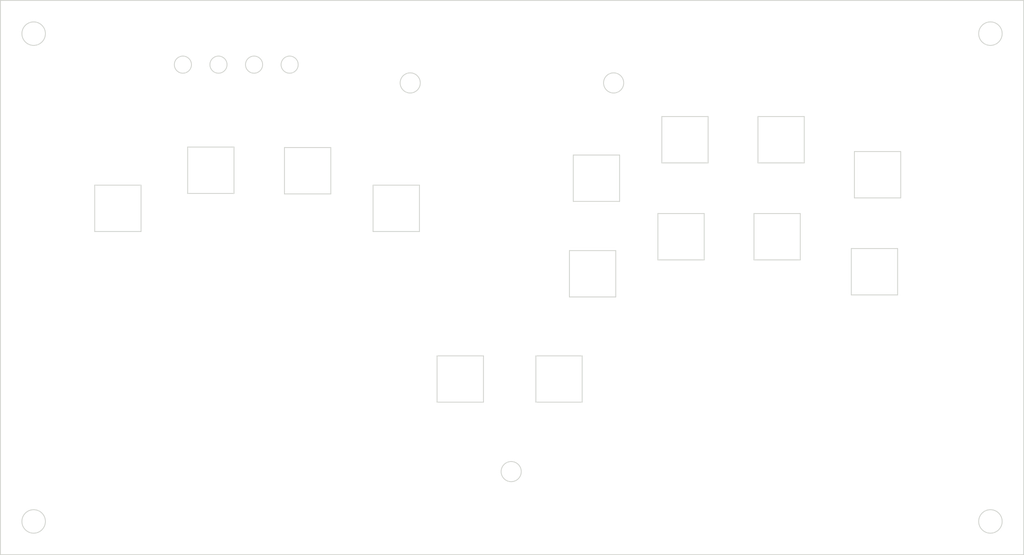
<source format=kicad_pcb>
(kicad_pcb
	(version 20240108)
	(generator "pcbnew")
	(generator_version "8.0")
	(general
		(thickness 1.6)
		(legacy_teardrops no)
	)
	(paper "A4")
	(layers
		(0 "F.Cu" signal)
		(31 "B.Cu" signal)
		(32 "B.Adhes" user "B.Adhesive")
		(33 "F.Adhes" user "F.Adhesive")
		(34 "B.Paste" user)
		(35 "F.Paste" user)
		(36 "B.SilkS" user "B.Silkscreen")
		(37 "F.SilkS" user "F.Silkscreen")
		(38 "B.Mask" user)
		(39 "F.Mask" user)
		(40 "Dwgs.User" user "User.Drawings")
		(41 "Cmts.User" user "User.Comments")
		(42 "Eco1.User" user "User.Eco1")
		(43 "Eco2.User" user "User.Eco2")
		(44 "Edge.Cuts" user)
		(45 "Margin" user)
		(46 "B.CrtYd" user "B.Courtyard")
		(47 "F.CrtYd" user "F.Courtyard")
		(48 "B.Fab" user)
		(49 "F.Fab" user)
		(50 "User.1" user)
		(51 "User.2" user)
		(52 "User.3" user)
		(53 "User.4" user)
		(54 "User.5" user)
		(55 "User.6" user)
		(56 "User.7" user)
		(57 "User.8" user)
		(58 "User.9" user)
	)
	(setup
		(stackup
			(layer "F.SilkS"
				(type "Top Silk Screen")
			)
			(layer "F.Paste"
				(type "Top Solder Paste")
			)
			(layer "F.Mask"
				(type "Top Solder Mask")
				(thickness 0.01)
			)
			(layer "F.Cu"
				(type "copper")
				(thickness 0.035)
			)
			(layer "dielectric 1"
				(type "core")
				(thickness 1.51)
				(material "FR4")
				(epsilon_r 4.5)
				(loss_tangent 0.02)
			)
			(layer "B.Cu"
				(type "copper")
				(thickness 0.035)
			)
			(layer "B.Mask"
				(type "Bottom Solder Mask")
				(thickness 0.01)
			)
			(layer "B.Paste"
				(type "Bottom Solder Paste")
			)
			(layer "B.SilkS"
				(type "Bottom Silk Screen")
			)
			(copper_finish "None")
			(dielectric_constraints no)
		)
		(pad_to_mask_clearance 0)
		(allow_soldermask_bridges_in_footprints no)
		(pcbplotparams
			(layerselection 0x00010fc_ffffffff)
			(plot_on_all_layers_selection 0x0000000_00000000)
			(disableapertmacros no)
			(usegerberextensions no)
			(usegerberattributes yes)
			(usegerberadvancedattributes yes)
			(creategerberjobfile yes)
			(dashed_line_dash_ratio 12.000000)
			(dashed_line_gap_ratio 3.000000)
			(svgprecision 4)
			(plotframeref no)
			(viasonmask no)
			(mode 1)
			(useauxorigin no)
			(hpglpennumber 1)
			(hpglpenspeed 20)
			(hpglpendiameter 15.000000)
			(pdf_front_fp_property_popups yes)
			(pdf_back_fp_property_popups yes)
			(dxfpolygonmode yes)
			(dxfimperialunits yes)
			(dxfusepcbnewfont yes)
			(psnegative no)
			(psa4output no)
			(plotreference yes)
			(plotvalue yes)
			(plotfptext yes)
			(plotinvisibletext no)
			(sketchpadsonfab no)
			(subtractmaskfromsilk no)
			(outputformat 1)
			(mirror no)
			(drillshape 1)
			(scaleselection 1)
			(outputdirectory "")
		)
	)
	(net 0 "")
	(gr_line
		(start 62.014741 89.66586)
		(end 48.214741 89.66586)
		(stroke
			(width 0.25)
			(type default)
		)
		(layer "Edge.Cuts")
		(uuid "09b6bf14-1036-4790-9721-0464fed45993")
	)
	(gr_circle
		(center 172.272916 161.180893)
		(end 175.27294 161.180893)
		(stroke
			(width 0.25)
			(type default)
		)
		(fill none)
		(layer "Edge.Cuts")
		(uuid "0ce2f2ee-bd5e-479c-ae1d-ee5f17dc39c2")
	)
	(gr_line
		(start 203.416291 95.351143)
		(end 203.416291 109.151143)
		(stroke
			(width 0.25)
			(type default)
		)
		(layer "Edge.Cuts")
		(uuid "156b3b34-74bb-4f54-b60b-4906e17f5c84")
	)
	(gr_line
		(start 217.138782 55.415966)
		(end 230.938782 55.415966)
		(stroke
			(width 0.25)
			(type default)
		)
		(layer "Edge.Cuts")
		(uuid "20e3a97a-ecf8-4236-824c-4a5de8f66d10")
	)
	(gr_line
		(start 48.214741 75.86586)
		(end 62.014741 75.86586)
		(stroke
			(width 0.25)
			(type default)
		)
		(layer "Edge.Cuts")
		(uuid "239e0e4d-9b00-43fc-8e76-eee06b47bc87")
	)
	(gr_circle
		(center 315.023513 176.025931)
		(end 318.523513 176.025931)
		(stroke
			(width 0.25)
			(type default)
		)
		(fill none)
		(layer "Edge.Cuts")
		(uuid "2559b321-ccb3-4bc5-90b8-0d5f50d11cd1")
	)
	(gr_circle
		(center 74.478469 39.958002)
		(end 77.027788 39.958002)
		(stroke
			(width 0.25)
			(type default)
		)
		(fill none)
		(layer "Edge.Cuts")
		(uuid "25d2200d-8e44-4e3e-9e90-391ece8a57e8")
	)
	(gr_line
		(start 164 140.5)
		(end 150.2 140.5)
		(stroke
			(width 0.25)
			(type default)
		)
		(layer "Edge.Cuts")
		(uuid "27ab35a3-e5b9-4c7b-a8bb-a3f6c83f5154")
	)
	(gr_line
		(start 287.385937 108.537643)
		(end 273.585937 108.537643)
		(stroke
			(width 0.25)
			(type default)
		)
		(layer "Edge.Cuts")
		(uuid "28fa47eb-0f42-4a0a-a397-61cda053720f")
	)
	(gr_line
		(start 204.571488 66.890697)
		(end 204.571488 80.690697)
		(stroke
			(width 0.25)
			(type default)
		)
		(layer "Edge.Cuts")
		(uuid "2d61745c-ce9f-426f-be83-da2ebf0f12b0")
	)
	(gr_line
		(start 215.966515 98.109865)
		(end 215.966515 84.309865)
		(stroke
			(width 0.25)
			(type default)
		)
		(layer "Edge.Cuts")
		(uuid "2db186ef-2208-4c52-a9fd-89bc68d47bfc")
	)
	(gr_line
		(start 75.904212 78.312455)
		(end 75.904212 64.512455)
		(stroke
			(width 0.25)
			(type default)
		)
		(layer "Edge.Cuts")
		(uuid "2e02db3b-ad54-4192-bb5a-ddbadecf21fa")
	)
	(gr_line
		(start 104.731497 64.657549)
		(end 118.531497 64.657549)
		(stroke
			(width 0.25)
			(type default)
		)
		(layer "Edge.Cuts")
		(uuid "32dca3ca-e68d-4221-8e0c-caf21bbae1b6")
	)
	(gr_line
		(start 89.704212 78.312455)
		(end 75.904212 78.312455)
		(stroke
			(width 0.25)
			(type default)
		)
		(layer "Edge.Cuts")
		(uuid "35de5035-d34e-4665-9b9a-c5187d37ffd5")
	)
	(gr_line
		(start 150.2 126.7)
		(end 164 126.7)
		(stroke
			(width 0.25)
			(type default)
		)
		(layer "Edge.Cuts")
		(uuid "46be8b30-6ab3-4534-9e6d-9d933110883e")
	)
	(gr_line
		(start 229.766515 84.309865)
		(end 229.766515 98.109865)
		(stroke
			(width 0.25)
			(type default)
		)
		(layer "Edge.Cuts")
		(uuid "46f82d36-c41f-4130-a30a-733b63f5d6bd")
	)
	(gr_line
		(start 287.385937 94.737643)
		(end 287.385937 108.537643)
		(stroke
			(width 0.25)
			(type default)
		)
		(layer "Edge.Cuts")
		(uuid "4d968ccb-8170-438e-a020-d8bee8599b2a")
	)
	(gr_line
		(start 244.587035 98.109865)
		(end 244.587035 84.309865)
		(stroke
			(width 0.25)
			(type default)
		)
		(layer "Edge.Cuts")
		(uuid "4dd6615d-2079-4d8e-af55-74245cd1b72e")
	)
	(gr_line
		(start 75.904212 64.512455)
		(end 89.704212 64.512455)
		(stroke
			(width 0.25)
			(type default)
		)
		(layer "Edge.Cuts")
		(uuid "552e69a0-e5c8-4fcb-8eae-2b71e0e77e32")
	)
	(gr_line
		(start 258.387035 84.309865)
		(end 258.387035 98.109865)
		(stroke
			(width 0.25)
			(type default)
		)
		(layer "Edge.Cuts")
		(uuid "56188c39-f160-457a-9dad-c6cfbe1e9aa6")
	)
	(gr_line
		(start 244.587035 84.309865)
		(end 258.387035 84.309865)
		(stroke
			(width 0.25)
			(type default)
		)
		(layer "Edge.Cuts")
		(uuid "58d36e6b-e223-46bb-88d6-d00f38cf27d6")
	)
	(gr_line
		(start 324.923513 20.825931)
		(end 20.123513 20.825931)
		(stroke
			(width 0.25)
			(type default)
		)
		(layer "Edge.Cuts")
		(uuid "59982c68-fea0-4d9a-abd8-8ee6ba8c318d")
	)
	(gr_line
		(start 131.13293 89.66586)
		(end 131.13293 75.86586)
		(stroke
			(width 0.25)
			(type default)
		)
		(layer "Edge.Cuts")
		(uuid "5a0d325e-246d-4cd8-8537-6761fe07fc0d")
	)
	(gr_circle
		(center 30.023513 30.725931)
		(end 33.523513 30.725931)
		(stroke
			(width 0.25)
			(type default)
		)
		(fill none)
		(layer "Edge.Cuts")
		(uuid "605488eb-ac55-4458-ac6f-f7a970642155")
	)
	(gr_line
		(start 217.138782 69.215966)
		(end 217.138782 55.415966)
		(stroke
			(width 0.25)
			(type default)
		)
		(layer "Edge.Cuts")
		(uuid "67d75c25-0ed4-4fc8-b572-cbd3cb947c12")
	)
	(gr_line
		(start 274.505001 79.643744)
		(end 274.505001 65.843744)
		(stroke
			(width 0.25)
			(type default)
		)
		(layer "Edge.Cuts")
		(uuid "72265471-ecf4-4673-8f30-35896ce7454b")
	)
	(gr_line
		(start 144.93293 75.86586)
		(end 144.93293 89.66586)
		(stroke
			(width 0.25)
			(type default)
		)
		(layer "Edge.Cuts")
		(uuid "76b995e2-6005-4847-9960-33ee968c3828")
	)
	(gr_line
		(start 48.214741 89.66586)
		(end 48.214741 75.86586)
		(stroke
			(width 0.25)
			(type default)
		)
		(layer "Edge.Cuts")
		(uuid "783b4fdc-429f-4981-8169-4510e3a208c0")
	)
	(gr_line
		(start 245.770682 55.415966)
		(end 259.570682 55.415966)
		(stroke
			(width 0.25)
			(type default)
		)
		(layer "Edge.Cuts")
		(uuid "78af6085-3699-427f-84b1-179318114321")
	)
	(gr_line
		(start 189.616291 109.151143)
		(end 189.616291 95.351143)
		(stroke
			(width 0.25)
			(type default)
		)
		(layer "Edge.Cuts")
		(uuid "7b542f8a-4b97-4b87-9a31-2f1eaef2929e")
	)
	(gr_line
		(start 245.770682 69.215966)
		(end 245.770682 55.415966)
		(stroke
			(width 0.25)
			(type default)
		)
		(layer "Edge.Cuts")
		(uuid "7c4d24cf-c43c-4dd3-851d-d57b267b78a2")
	)
	(gr_line
		(start 190.771488 66.890697)
		(end 204.571488 66.890697)
		(stroke
			(width 0.25)
			(type default)
		)
		(layer "Edge.Cuts")
		(uuid "7d8979aa-00c2-447d-b0ed-4edde482dcdb")
	)
	(gr_line
		(start 229.766515 98.109865)
		(end 215.966515 98.109865)
		(stroke
			(width 0.25)
			(type default)
		)
		(layer "Edge.Cuts")
		(uuid "7ec0b169-4e7d-4e52-b265-dbaf31b579dd")
	)
	(gr_line
		(start 20.123513 20.825931)
		(end 20.123513 185.925931)
		(stroke
			(width 0.25)
			(type default)
		)
		(layer "Edge.Cuts")
		(uuid "81697aaf-6037-4d0c-9155-278f84024967")
	)
	(gr_line
		(start 150.2 140.5)
		(end 150.2 126.7)
		(stroke
			(width 0.25)
			(type default)
		)
		(layer "Edge.Cuts")
		(uuid "8b1283d8-c04b-4b32-8936-734ff484bac6")
	)
	(gr_line
		(start 193.419024 140.5)
		(end 179.619024 140.5)
		(stroke
			(width 0.25)
			(type default)
		)
		(layer "Edge.Cuts")
		(uuid "925fdd98-4373-4311-bd76-e2ee2d6f9e9f")
	)
	(gr_line
		(start 230.938782 69.215966)
		(end 217.138782 69.215966)
		(stroke
			(width 0.25)
			(type default)
		)
		(layer "Edge.Cuts")
		(uuid "92c74e31-c7b5-48e4-a13e-e761269a2ce5")
	)
	(gr_line
		(start 144.93293 89.66586)
		(end 131.13293 89.66586)
		(stroke
			(width 0.25)
			(type default)
		)
		(layer "Edge.Cuts")
		(uuid "9607b38c-052d-4e8b-9c74-0f75bc063693")
	)
	(gr_line
		(start 259.570682 55.415966)
		(end 259.570682 69.215966)
		(stroke
			(width 0.25)
			(type default)
		)
		(layer "Edge.Cuts")
		(uuid "96b11b94-67d5-4674-8bd6-839a971fec5a")
	)
	(gr_line
		(start 164 126.7)
		(end 164 140.5)
		(stroke
			(width 0.25)
			(type default)
		)
		(layer "Edge.Cuts")
		(uuid "99c714c1-03f7-4999-8875-5acb2d80ff1b")
	)
	(gr_line
		(start 189.616291 95.351143)
		(end 203.416291 95.351143)
		(stroke
			(width 0.25)
			(type default)
		)
		(layer "Edge.Cuts")
		(uuid "9b1865cc-10be-4ef2-b120-2e98bee1b6e2")
	)
	(gr_line
		(start 288.305001 65.843744)
		(end 288.305001 79.643744)
		(stroke
			(width 0.25)
			(type default)
		)
		(layer "Edge.Cuts")
		(uuid "9f8bc827-9e51-44ba-b04b-94711aff8145")
	)
	(gr_line
		(start 259.570682 69.215966)
		(end 245.770682 69.215966)
		(stroke
			(width 0.25)
			(type default)
		)
		(layer "Edge.Cuts")
		(uuid "a184c19c-a840-474d-b9b7-193675146af3")
	)
	(gr_line
		(start 89.704212 64.512455)
		(end 89.704212 78.312455)
		(stroke
			(width 0.25)
			(type default)
		)
		(layer "Edge.Cuts")
		(uuid "a276ef41-d9bf-4230-bc1b-164e43d89ea8")
	)
	(gr_line
		(start 131.13293 75.86586)
		(end 144.93293 75.86586)
		(stroke
			(width 0.25)
			(type default)
		)
		(layer "Edge.Cuts")
		(uuid "a5b48a5d-9fa1-4669-9ac1-88d3c9c1fa6b")
	)
	(gr_line
		(start 193.419024 126.7)
		(end 193.419024 140.5)
		(stroke
			(width 0.25)
			(type default)
		)
		(layer "Edge.Cuts")
		(uuid "a7b5f95a-3843-4ac8-a8ae-ebaa1dd31974")
	)
	(gr_line
		(start 273.585937 94.737643)
		(end 287.385937 94.737643)
		(stroke
			(width 0.25)
			(type default)
		)
		(layer "Edge.Cuts")
		(uuid "a8c262d7-9a60-42cc-9259-ffd24b6bf9f9")
	)
	(gr_line
		(start 104.731497 78.457549)
		(end 104.731497 64.657549)
		(stroke
			(width 0.25)
			(type default)
		)
		(layer "Edge.Cuts")
		(uuid "a9c7ea82-4b67-4d6e-9653-e95361467e0c")
	)
	(gr_line
		(start 215.966515 84.309865)
		(end 229.766515 84.309865)
		(stroke
			(width 0.25)
			(type default)
		)
		(layer "Edge.Cuts")
		(uuid "aa716787-a1fa-4f6e-a09b-fe752125f235")
	)
	(gr_line
		(start 203.416291 109.151143)
		(end 189.616291 109.151143)
		(stroke
			(width 0.25)
			(type default)
		)
		(layer "Edge.Cuts")
		(uuid "aaa8b794-62ed-4b6e-a841-ad30aaf84aa0")
	)
	(gr_circle
		(center 315.023513 30.725931)
		(end 318.523513 30.725931)
		(stroke
			(width 0.25)
			(type default)
		)
		(fill none)
		(layer "Edge.Cuts")
		(uuid "ab8d1196-a55a-4eff-a733-ffdfd705771c")
	)
	(gr_circle
		(center 85.078469 39.958002)
		(end 87.627788 39.958002)
		(stroke
			(width 0.25)
			(type default)
		)
		(fill none)
		(layer "Edge.Cuts")
		(uuid "ac304676-8a12-4678-a56a-ef8fb6b9772f")
	)
	(gr_line
		(start 230.938782 55.415966)
		(end 230.938782 69.215966)
		(stroke
			(width 0.25)
			(type default)
		)
		(layer "Edge.Cuts")
		(uuid "b72f7d65-736a-4145-afe8-b771f4c28705")
	)
	(gr_circle
		(center 30.023513 176.025931)
		(end 33.523513 176.025931)
		(stroke
			(width 0.25)
			(type default)
		)
		(fill none)
		(layer "Edge.Cuts")
		(uuid "b8bbe0f1-693e-4004-8d88-397ed63e418e")
	)
	(gr_line
		(start 288.305001 79.643744)
		(end 274.505001 79.643744)
		(stroke
			(width 0.25)
			(type default)
		)
		(layer "Edge.Cuts")
		(uuid "c2db145f-7865-4746-86d0-af701f002c4d")
	)
	(gr_line
		(start 274.505001 65.843744)
		(end 288.305001 65.843744)
		(stroke
			(width 0.25)
			(type default)
		)
		(layer "Edge.Cuts")
		(uuid "c39f3747-7fa2-4211-8114-71c0a2cb44c0")
	)
	(gr_circle
		(center 202.7876 45.403409)
		(end 205.7876 45.403409)
		(stroke
			(width 0.25)
			(type default)
		)
		(fill none)
		(layer "Edge.Cuts")
		(uuid "c52bedcd-2892-4422-a48c-b994d03d0794")
	)
	(gr_line
		(start 20.123513 185.925931)
		(end 324.923513 185.925931)
		(stroke
			(width 0.25)
			(type default)
		)
		(layer "Edge.Cuts")
		(uuid "cc9302da-a840-42bd-b0d1-5132b0b5b2c5")
	)
	(gr_circle
		(center 142.192808 45.403824)
		(end 145.192808 45.403824)
		(stroke
			(width 0.25)
			(type default)
		)
		(fill none)
		(layer "Edge.Cuts")
		(uuid "ccd0cbeb-63c3-4117-93c5-20729fa82efe")
	)
	(gr_line
		(start 204.571488 80.690697)
		(end 190.771488 80.690697)
		(stroke
			(width 0.25)
			(type default)
		)
		(layer "Edge.Cuts")
		(uuid "d772835a-21fa-4e9b-8d98-c58d90998dca")
	)
	(gr_line
		(start 258.387035 98.109865)
		(end 244.587035 98.109865)
		(stroke
			(width 0.25)
			(type default)
		)
		(layer "Edge.Cuts")
		(uuid "d94734e9-4c6f-4ce1-860c-451aaf84103c")
	)
	(gr_line
		(start 179.619024 140.5)
		(end 179.619024 126.7)
		(stroke
			(width 0.25)
			(type default)
		)
		(layer "Edge.Cuts")
		(uuid "e0ae6db1-ebb2-4907-a16b-0d8ba1e1b760")
	)
	(gr_circle
		(center 106.278469 39.958002)
		(end 108.827788 39.958002)
		(stroke
			(width 0.25)
			(type default)
		)
		(fill none)
		(layer "Edge.Cuts")
		(uuid "e1042370-2b9a-45bb-82be-5f3f1e0ec798")
	)
	(gr_line
		(start 179.619024 126.7)
		(end 193.419024 126.7)
		(stroke
			(width 0.25)
			(type default)
		)
		(layer "Edge.Cuts")
		(uuid "e4c1d2fa-9b0c-49c3-8721-69fc59c5154b")
	)
	(gr_line
		(start 118.531497 64.657549)
		(end 118.531497 78.457549)
		(stroke
			(width 0.25)
			(type default)
		)
		(layer "Edge.Cuts")
		(uuid "e7af0f3d-c908-47db-aa40-94e81b0324da")
	)
	(gr_line
		(start 62.014741 75.86586)
		(end 62.014741 89.66586)
		(stroke
			(width 0.25)
			(type default)
		)
		(layer "Edge.Cuts")
		(uuid "e9237bf3-804c-4097-bed6-258b8d399fdb")
	)
	(gr_line
		(start 273.585937 108.537643)
		(end 273.585937 94.737643)
		(stroke
			(width 0.25)
			(type default)
		)
		(layer "Edge.Cuts")
		(uuid "ec050293-d569-438d-b3ed-7b3a7b5ba79a")
	)
	(gr_line
		(start 324.923513 185.925931)
		(end 324.923513 20.825931)
		(stroke
			(width 0.25)
			(type default)
		)
		(layer "Edge.Cuts")
		(uuid "f174cd30-1491-420e-b003-68dcd10dd70e")
	)
	(gr_line
		(start 190.771488 80.690697)
		(end 190.771488 66.890697)
		(stroke
			(width 0.25)
			(type default)
		)
		(layer "Edge.Cuts")
		(uuid "f649e52a-f1d3-4607-a34c-19251106adb8")
	)
	(gr_line
		(start 118.531497 78.457549)
		(end 104.731497 78.457549)
		(stroke
			(width 0.25)
			(type default)
		)
		(layer "Edge.Cuts")
		(uuid "fcf976fd-c53b-4c6f-b780-cee3cbebf0c4")
	)
	(gr_circle
		(center 95.678469 39.958002)
		(end 98.227788 39.958002)
		(stroke
			(width 0.25)
			(type default)
		)
		(fill none)
		(layer "Edge.Cuts")
		(uuid "ffb0455b-87d6-4f82-83e8-0fe81df86a5d")
	)
	(group ""
		(uuid "779eb44b-400d-40e0-bb8d-d352265d036b")
		(members "09b6bf14-1036-4790-9721-0464fed45993" "0ce2f2ee-bd5e-479c-ae1d-ee5f17dc39c2"
			"156b3b34-74bb-4f54-b60b-4906e17f5c84" "20e3a97a-ecf8-4236-824c-4a5de8f66d10"
			"239e0e4d-9b00-43fc-8e76-eee06b47bc87" "2559b321-ccb3-4bc5-90b8-0d5f50d11cd1"
			"25d2200d-8e44-4e3e-9e90-391ece8a57e8" "27ab35a3-e5b9-4c7b-a8bb-a3f6c83f5154"
			"28fa47eb-0f42-4a0a-a397-61cda053720f" "2d61745c-ce9f-426f-be83-da2ebf0f12b0"
			"2db186ef-2208-4c52-a9fd-89bc68d47bfc" "2e02db3b-ad54-4192-bb5a-ddbadecf21fa"
			"32dca3ca-e68d-4221-8e0c-caf21bbae1b6" "35de5035-d34e-4665-9b9a-c5187d37ffd5"
			"46be8b30-6ab3-4534-9e6d-9d933110883e" "46f82d36-c41f-4130-a30a-733b63f5d6bd"
			"4d968ccb-8170-438e-a020-d8bee8599b2a" "4dd6615d-2079-4d8e-af55-74245cd1b72e"
			"552e69a0-e5c8-4fcb-8eae-2b71e0e77e32" "56188c39-f160-457a-9dad-c6cfbe1e9aa6"
			"58d36e6b-e223-46bb-88d6-d00f38cf27d6" "59982c68-fea0-4d9a-abd8-8ee6ba8c318d"
			"5a0d325e-246d-4cd8-8537-6761fe07fc0d" "605488eb-ac55-4458-ac6f-f7a970642155"
			"67d75c25-0ed4-4fc8-b572-cbd3cb947c12" "72265471-ecf4-4673-8f30-35896ce7454b"
			"76b995e2-6005-4847-9960-33ee968c3828" "783b4fdc-429f-4981-8169-4510e3a208c0"
			"78af6085-3699-427f-84b1-179318114321" "7b542f8a-4b97-4b87-9a31-2f1eaef2929e"
			"7c4d24cf-c43c-4dd3-851d-d57b267b78a2" "7d8979aa-00c2-447d-b0ed-4edde482dcdb"
			"7ec0b169-4e7d-4e52-b265-dbaf31b579dd" "81697aaf-6037-4d0c-9155-278f84024967"
			"8b1283d8-c04b-4b32-8936-734ff484bac6" "925fdd98-4373-4311-bd76-e2ee2d6f9e9f"
			"92c74e31-c7b5-48e4-a13e-e761269a2ce5" "9607b38c-052d-4e8b-9c74-0f75bc063693"
			"96b11b94-67d5-4674-8bd6-839a971fec5a" "99c714c1-03f7-4999-8875-5acb2d80ff1b"
			"9b1865cc-10be-4ef2-b120-2e98bee1b6e2" "9f8bc827-9e51-44ba-b04b-94711aff8145"
			"a184c19c-a840-474d-b9b7-193675146af3" "a276ef41-d9bf-4230-bc1b-164e43d89ea8"
			"a5b48a5d-9fa1-4669-9ac1-88d3c9c1fa6b" "a7b5f95a-3843-4ac8-a8ae-ebaa1dd31974"
			"a8c262d7-9a60-42cc-9259-ffd24b6bf9f9" "a9c7ea82-4b67-4d6e-9653-e95361467e0c"
			"aa716787-a1fa-4f6e-a09b-fe752125f235" "aaa8b794-62ed-4b6e-a841-ad30aaf84aa0"
			"ab8d1196-a55a-4eff-a733-ffdfd705771c" "ac304676-8a12-4678-a56a-ef8fb6b9772f"
			"b72f7d65-736a-4145-afe8-b771f4c28705" "b8bbe0f1-693e-4004-8d88-397ed63e418e"
			"c2db145f-7865-4746-86d0-af701f002c4d" "c39f3747-7fa2-4211-8114-71c0a2cb44c0"
			"c52bedcd-2892-4422-a48c-b994d03d0794" "cc9302da-a840-42bd-b0d1-5132b0b5b2c5"
			"ccd0cbeb-63c3-4117-93c5-20729fa82efe" "d772835a-21fa-4e9b-8d98-c58d90998dca"
			"d94734e9-4c6f-4ce1-860c-451aaf84103c" "e0ae6db1-ebb2-4907-a16b-0d8ba1e1b760"
			"e1042370-2b9a-45bb-82be-5f3f1e0ec798" "e4c1d2fa-9b0c-49c3-8721-69fc59c5154b"
			"e7af0f3d-c908-47db-aa40-94e81b0324da" "e9237bf3-804c-4097-bed6-258b8d399fdb"
			"ec050293-d569-438d-b3ed-7b3a7b5ba79a" "f174cd30-1491-420e-b003-68dcd10dd70e"
			"f649e52a-f1d3-4607-a34c-19251106adb8" "fcf976fd-c53b-4c6f-b780-cee3cbebf0c4"
			"ffb0455b-87d6-4f82-83e8-0fe81df86a5d"
		)
	)
)

</source>
